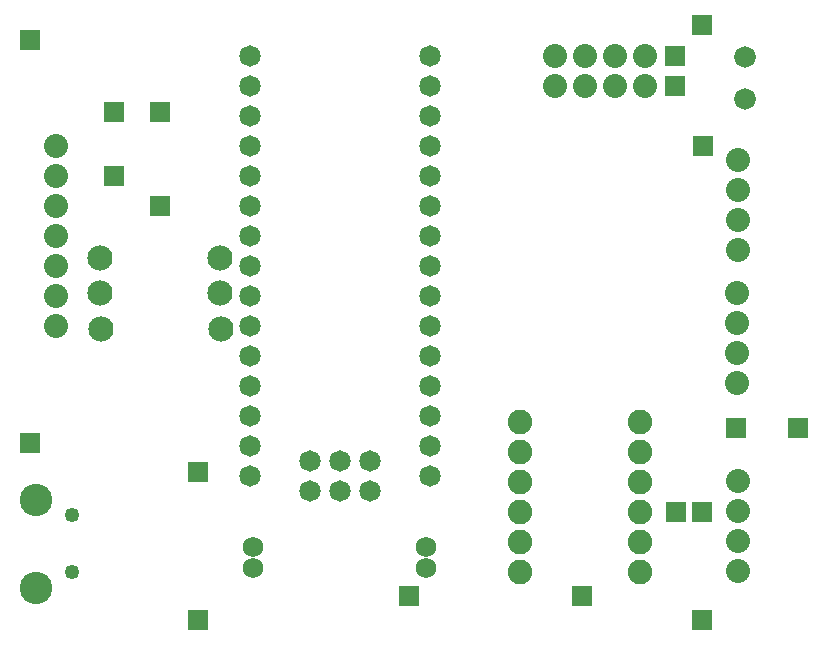
<source format=gbr>
G75*
G70*
%OFA0B0*%
%FSLAX24Y24*%
%IPPOS*%
%LPD*%
%AMOC8*
5,1,8,0,0,1.08239X$1,22.5*
%
%ADD10C,0.0820*%
%ADD11C,0.0680*%
%ADD12C,0.0800*%
%ADD13C,0.0715*%
%ADD14C,0.1080*%
%ADD15C,0.0493*%
%ADD16C,0.0720*%
%ADD17C,0.0840*%
%ADD18R,0.0676X0.0676*%
D10*
X017320Y002787D03*
X017320Y003787D03*
X017320Y004787D03*
X017320Y005787D03*
X017320Y006787D03*
X017320Y007787D03*
X021320Y007787D03*
X021320Y006787D03*
X021320Y005787D03*
X021320Y004787D03*
X021320Y003787D03*
X021320Y002787D03*
D11*
X014160Y002917D03*
X014160Y003617D03*
X008400Y003617D03*
X008400Y002917D03*
D12*
X001834Y010972D03*
X001834Y011972D03*
X001834Y012972D03*
X001834Y013972D03*
X001834Y014972D03*
X001834Y015972D03*
X001834Y016972D03*
X018481Y018987D03*
X019481Y018987D03*
X020481Y018987D03*
X021481Y018987D03*
X021481Y019987D03*
X020481Y019987D03*
X019481Y019987D03*
X018481Y019987D03*
X024561Y016523D03*
X024561Y015523D03*
X024561Y014523D03*
X024561Y013523D03*
X024537Y012066D03*
X024537Y011066D03*
X024537Y010066D03*
X024537Y009066D03*
X024580Y005807D03*
X024580Y004807D03*
X024580Y003807D03*
X024580Y002807D03*
D13*
X014300Y005987D03*
X014300Y006987D03*
X014300Y007987D03*
X014300Y008987D03*
X014300Y009987D03*
X014300Y010987D03*
X014300Y011987D03*
X014300Y012987D03*
X014300Y013987D03*
X014300Y014987D03*
X014300Y015987D03*
X014300Y016987D03*
X014300Y017987D03*
X014300Y018987D03*
X014300Y019987D03*
X008300Y019987D03*
X008300Y018987D03*
X008300Y017987D03*
X008300Y016987D03*
X008300Y015987D03*
X008300Y014987D03*
X008300Y013987D03*
X008300Y012987D03*
X008300Y011987D03*
X008300Y010987D03*
X008300Y009987D03*
X008300Y008987D03*
X008300Y007987D03*
X008300Y006987D03*
X008300Y005987D03*
X010300Y005487D03*
X011300Y005487D03*
X012300Y005487D03*
X012300Y006487D03*
X011300Y006487D03*
X010300Y006487D03*
D14*
X001169Y002261D03*
X001169Y005194D03*
D15*
X002362Y004682D03*
X002362Y002772D03*
D16*
X024820Y018547D03*
X024820Y019947D03*
D17*
X007305Y013250D03*
X007320Y012067D03*
X007322Y010884D03*
X003322Y010884D03*
X003320Y012067D03*
X003305Y013250D03*
D18*
X005300Y014980D03*
X003780Y015967D03*
X003780Y018127D03*
X005300Y018127D03*
X000980Y020527D03*
X000980Y007087D03*
X006580Y006127D03*
X006580Y001167D03*
X013620Y001967D03*
X019380Y001967D03*
X022500Y004767D03*
X023380Y004767D03*
X024500Y007567D03*
X026580Y007567D03*
X023380Y001167D03*
X023391Y016987D03*
X022481Y018987D03*
X022481Y019987D03*
X023380Y021007D03*
M02*

</source>
